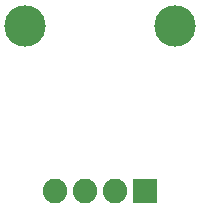
<source format=gbr>
G04 EAGLE Gerber RS-274X export*
G75*
%MOMM*%
%FSLAX34Y34*%
%LPD*%
%INSoldermask Bottom*%
%IPPOS*%
%AMOC8*
5,1,8,0,0,1.08239X$1,22.5*%
G01*
%ADD10R,2.082800X2.082800*%
%ADD11C,2.082800*%
%ADD12C,3.505200*%


D10*
X127000Y12700D03*
D11*
X101600Y12700D03*
X76200Y12700D03*
X50800Y12700D03*
D12*
X25400Y152400D03*
X152400Y152400D03*
M02*

</source>
